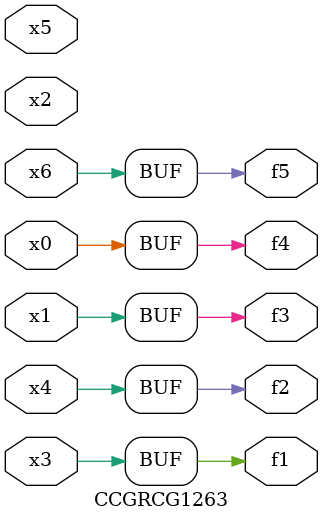
<source format=v>
module CCGRCG1263(
	input x0, x1, x2, x3, x4, x5, x6,
	output f1, f2, f3, f4, f5
);
	assign f1 = x3;
	assign f2 = x4;
	assign f3 = x1;
	assign f4 = x0;
	assign f5 = x6;
endmodule

</source>
